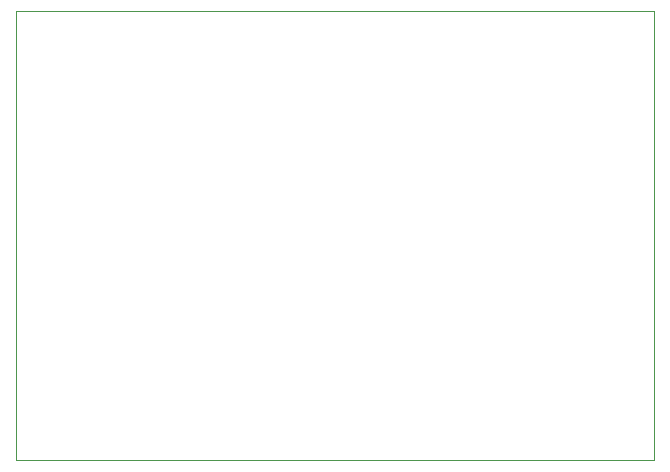
<source format=gbr>
%TF.GenerationSoftware,KiCad,Pcbnew,7.0.10*%
%TF.CreationDate,2024-01-08T00:56:05+00:00*%
%TF.ProjectId,green_storm,67726565-6e5f-4737-946f-726d2e6b6963,0.1*%
%TF.SameCoordinates,Original*%
%TF.FileFunction,Profile,NP*%
%FSLAX46Y46*%
G04 Gerber Fmt 4.6, Leading zero omitted, Abs format (unit mm)*
G04 Created by KiCad (PCBNEW 7.0.10) date 2024-01-08 00:56:05*
%MOMM*%
%LPD*%
G01*
G04 APERTURE LIST*
%TA.AperFunction,Profile*%
%ADD10C,0.050000*%
%TD*%
G04 APERTURE END LIST*
D10*
X42000000Y-112000000D02*
X96012000Y-112014000D01*
X96012000Y-74000000D02*
X96012000Y-112014000D01*
X42000000Y-112000000D02*
X42000000Y-74000000D01*
X96012000Y-74000000D02*
X42000000Y-74000000D01*
M02*

</source>
